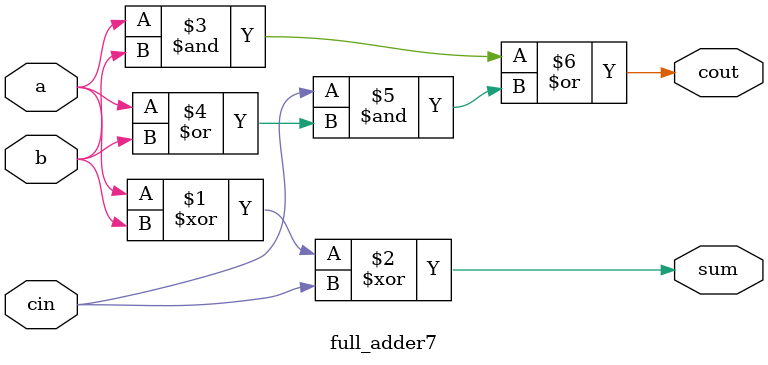
<source format=v>
module full_adder7(a,b,cin,sum,cout);
input a,b,cin;
output sum,cout;
assign sum = a^b^cin;
assign cout = a&b|cin&(a|b); 
// initial begin
//     $display("The correct adder");
// end   
endmodule
</source>
